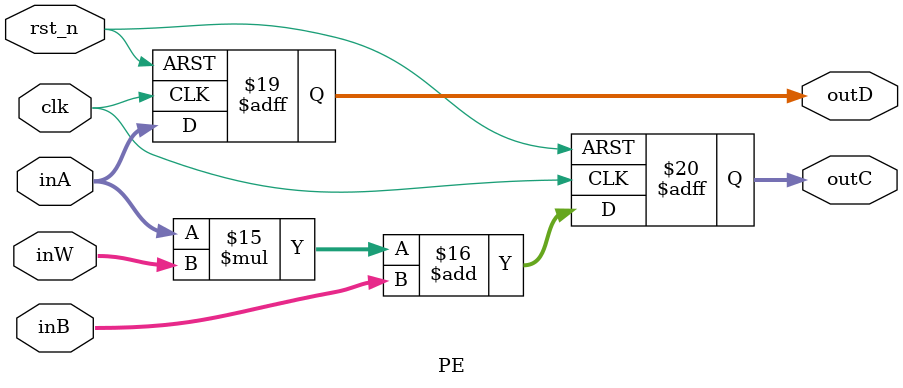
<source format=v>
module MMSA(
// input signals
    clk,
    rst_n,
    in_valid,
		in_valid2,
    matrix,
		matrix_size,
    i_mat_idx,
    w_mat_idx,
	
// output signals
    out_valid,
    out_value
);
//---------------------------------------------------------------------
//   INPUT AND OUTPUT DECLARATION
//---------------------------------------------------------------------
input        clk, rst_n, in_valid, in_valid2;
input 			 matrix;
input [1:0]  matrix_size;
input 			 i_mat_idx, w_mat_idx;

output reg       	     out_valid;//
output reg				 		 out_value;//
//---------------------------------------------------------------------
//   PARAMETER
//---------------------------------------------------------------------
parameter IDLE      =   4'd0;
parameter INPUT_0   =   4'd1;
parameter INPUT_1   =   4'd2;
parameter EMPTY     =   4'd6;
parameter INPUT_2   =   4'd3;
parameter CAL_IN    =   4'd4;
parameter CAL       =   4'd5;
parameter EMPTY2    =   4'd7;
parameter OUTPUT    =   4'd8;


//---------------------------------------------------------------------
//   WIRE AND REG DECLARATION
//---------------------------------------------------------------------

reg [3:0] ns,cs;
reg [1:0] m_size;//4
reg [3:0] m_element; //16
reg [6:0] mem_num; //128
reg [5:0] calout_num; //64
reg [63:0] in_64;

reg [3:0] calin_cycle;

reg [5:0] in_cnt_64; //64
reg [9:0] in_addr_cnt;
reg [4:0] in_matrix_cnt; //32
reg [7:0] in_cnt;
wire [63:0] mem_in_Q,mem_weight_Q;
wire [7:0] mem_in_A,mem_weight_A;

wire wen_in,wen_weight;
wire flag;
reg in_weight_flag;

wire [9:0] in_start_addr,weight_start_addr; //1024
reg [9:0] calin_addr,calweight_addr; //1024
reg [7:0] calin_cnt; //256
reg [7:0] cal_cnt;

reg [2:0] out_cnt_6;
reg [3:0] outset_cnt;
reg [3:0] out_cycle; //32
reg [4:0] calout_cnt; //32

reg [3:0] i_mat,w_mat;

reg [3:0] store_cnt;

wire [3:0] x_addr,y_addr; //16

reg signed[15:0] x_matrix[0:7][0:7];
reg signed[15:0] w_matrix[0:7][0:7];

reg signed [15:0] inA11,inA21,inA31,inA41,inA51,inA61,inA71,inA81;

wire signed [39:0] outC11,outC21,outC31,outC41,outC51,outC61,outC71,outC81;
wire signed [39:0] outC12,outC22,outC32,outC42,outC52,outC62,outC72,outC82;
wire signed [39:0] outC13,outC23,outC33,outC43,outC53,outC63,outC73,outC83;
wire signed [39:0] outC14,outC24,outC34,outC44,outC54,outC64,outC74,outC84;
wire signed [39:0] outC15,outC25,outC35,outC45,outC55,outC65,outC75,outC85;
wire signed [39:0] outC16,outC26,outC36,outC46,outC56,outC66,outC76,outC86;
wire signed [39:0] outC17,outC27,outC37,outC47,outC57,outC67,outC77,outC87;
wire signed [39:0] outC18,outC28,outC38,outC48,outC58,outC68,outC78,outC88;


wire signed [15:0] outD11,outD21,outD31,outD41,outD51,outD61,outD71,outD81;
wire signed [15:0] outD12,outD22,outD32,outD42,outD52,outD62,outD72,outD82;
wire signed [15:0] outD13,outD23,outD33,outD43,outD53,outD63,outD73,outD83;
wire signed [15:0] outD14,outD24,outD34,outD44,outD54,outD64,outD74,outD84;
wire signed [15:0] outD15,outD25,outD35,outD45,outD55,outD65,outD75,outD85;
wire signed [15:0] outD16,outD26,outD36,outD46,outD56,outD66,outD76,outD86;
wire signed [15:0] outD17,outD27,outD37,outD47,outD57,outD67,outD77,outD87;
wire signed [15:0] outD18,outD28,outD38,outD48,outD58,outD68,outD78,outD88;

reg signed [39:0] c_plus;
reg [5:0] length,out_cnt;
reg [5:0] length_reg[0:14];
wire [5:0] length_out;

wire length_value_flag; //length:0 value:1

reg signed [39:0] cal_out[0:14];
wire [39:0] value_out;
//==============================================//
//             Current State Block              //
//==============================================//

always@(posedge clk or negedge rst_n) begin
    if(!rst_n)
        cs <= IDLE; 
    else 
        cs <= ns;
end

//==============================================//
//              Next State Block                //
//==============================================//

always@(*) begin
    case(cs)
    IDLE    : ns = (in_valid) ? INPUT_0 : (in_valid2) ? INPUT_2 : IDLE ;
    INPUT_0 : ns = INPUT_1;
    INPUT_1 : ns = (in_valid)? INPUT_1 : EMPTY;
    EMPTY   : ns = (in_valid2)? INPUT_2 : EMPTY;
    INPUT_2 : ns = (in_valid2)? INPUT_2 : EMPTY2;
    EMPTY2  : ns = CAL_IN;
    CAL_IN  : ns = (calin_cnt==m_element)? CAL : CAL_IN;
    CAL     : ns = (store_cnt>out_cycle) ? OUTPUT : CAL;
    OUTPUT  : ns = (outset_cnt==out_cycle && out_cnt==0 && out_cnt_6==7) ? IDLE : OUTPUT;
    default : ns = IDLE;
    endcase
end

//---------------------------------------------------------------------
//   DESIGN
//---------------------------------------------------------------------

//==============================================//
//              INPUT_1 Block                   //
//==============================================//

always @(posedge clk or negedge rst_n) begin
    if (!rst_n) begin
        m_size <= 'd0;
    end
    else if(ns == INPUT_0)begin
        m_size <= matrix_size;
    end
end

always @(*) begin
    case(m_size)
        2'b00: m_element =  8'd0;
        2'b01: m_element =  8'd3;
        2'b10: m_element =  8'd15;
        default: m_element =  8'd0;
    endcase
end

/*
always @(*) begin
    case(m_size)
        2'b00: calin_cycle =  8'd0;
        2'b01: calin_cycle =  8'd3;
        2'b10: calin_cycle =  8'd15;
        default: calin_cycle =  8'd0;
    endcase
end
*/
always @(*) begin
    case(m_size)
        2'b00: mem_num =  7'd1;
        2'b01: mem_num =  7'd4;
        2'b10: mem_num =  7'd16;
        default: mem_num =  7'd0;
    endcase
end

always @(*) begin
    case(m_size)
        2'b00: calout_num =  7'd1;
        2'b01: calout_num =  7'd1;
        2'b10: calout_num =  7'd7;
        default: calout_num =  7'd0;
    endcase
end

always @(*) begin
    case(m_size)
        2'b00: calout_cnt =  'd3;
        2'b01: calout_cnt =  'd5;
        2'b10: calout_cnt =  'd9;
        default: calout_cnt =  'd0;
    endcase
end

always @(*) begin
    case(m_size)
        2'b00: out_cycle =  'd2;
        2'b01: out_cycle =  'd6;
        2'b10: out_cycle =  'd14;
        default: out_cycle =  'd0;
    endcase
end

always @(posedge clk or negedge rst_n) begin
    if (!rst_n) begin
        in_cnt_64 <= 'd0;
    end
    else if(in_valid)begin
        in_cnt_64 <= in_cnt_64 + 'd1 ;
    end
    else begin
        in_cnt_64 <= 'd0;
    end
end


always @(posedge clk or negedge rst_n) begin
    if (!rst_n) begin
        in_cnt <= 8'd0;
    end
    else if(in_valid) begin
        if(in_cnt_64==63) begin
            if(in_cnt == m_element) 
                in_cnt <= 8'd0;
            else 
                in_cnt <= in_cnt + 8'd1 ;
        end
    end
    else begin
        in_cnt <= 8'd0;
    end
end

always @(posedge clk or negedge rst_n) begin
    if (!rst_n) begin
        in_matrix_cnt <= 5'd0;
    end
    else if(in_cnt_64==63 && in_cnt == m_element)begin
        in_matrix_cnt <= in_matrix_cnt + 5'd1 ;
    end
    else if(ns == IDLE)begin
        in_matrix_cnt <= 5'd0;
    end
end

always @(posedge clk or negedge rst_n) begin
    if (!rst_n) begin
        in_64 <= 'd0;
    end
    else if(in_valid) begin
        //in_64 <= {in_64[62:0],matrix};
        if(in_cnt_64==0)     in_64 <= matrix;
        else    in_64 <= {in_64[62:0],matrix};
    end
    else begin
        in_64 <= 'd0;
    end
end

assign flag = (in_addr_cnt==(mem_num<<4)-1) ? 1'b1 : 1'b0;

always @(posedge clk or negedge rst_n) begin
    if (!rst_n) begin
        in_addr_cnt <= -1;
    end
    else if(in_valid) begin
        if(in_cnt_64==0) begin
            if(flag)    in_addr_cnt <= 0;   
            else    in_addr_cnt <= in_addr_cnt + 1;
        end
    end
    else begin
        in_addr_cnt <= -1;
    end
end

always @(posedge clk or negedge rst_n) begin
    if (!rst_n) begin
        in_weight_flag <= 1'b0;
    end
    else if (in_matrix_cnt>15) begin
        in_weight_flag <= 1'b1;
    end
    else if(ns==IDLE)begin
        in_weight_flag <= 1'b0;
    end
end

assign wen_in = (cs==INPUT_1 && in_cnt_64==0 && ~in_weight_flag) ? 1'b0 : 1'b1 ;
assign wen_weight = (cs==INPUT_1 && in_cnt_64==0 && in_weight_flag) ? 1'b0 : 1'b1 ;

//assign mem_in_A = (cs==INPUT_1) ? in_addr_cnt : (ns==CAL_IN) ? calin_addr  : 0; //can't use ns(combination?)
//assign mem_weight_A = (cs==INPUT_1) ? in_addr_cnt : (ns==CAL_IN) ? calweight_addr : 0;
assign mem_in_A = (cs==INPUT_1) ? in_addr_cnt :  calin_addr ;
assign mem_weight_A = (cs==INPUT_1) ? in_addr_cnt : calweight_addr ;


// 256 64 4 200
SRAM_256_64 MEM_IN (.Q(mem_in_Q), .CLK(clk), .CEN(1'b0), .WEN(wen_in), .A(mem_in_A), .D(in_64), .OEN(1'b0));
SRAM_256_64 MEM_WEIGHT (.Q(mem_weight_Q), .CLK(clk), .CEN(1'b0), .WEN(wen_weight), .A(mem_weight_A), .D(in_64), .OEN(1'b0));

//==============================================//
//              INPUT_2 Block                   //
//==============================================//

always @(posedge clk or negedge rst_n) begin
    if (!rst_n) begin
        i_mat <= 'd0;
    end
    else if(in_valid2) begin
        i_mat <= {i_mat[2:0],i_mat_idx};
    end
    else begin
        i_mat <= 'd0;
    end
end

always @(posedge clk or negedge rst_n) begin
    if (!rst_n) begin
        w_mat <= 'd0;
    end
    else if(in_valid2) begin
        w_mat <= {w_mat[2:0],w_mat_idx};
    end
    else begin
        w_mat <= 'd0;
    end
end


assign in_start_addr = i_mat*mem_num ;
assign weight_start_addr = w_mat*mem_num ;

//==============================================//
//              CAL_IN Block                    //
//==============================================//

always @(posedge clk or negedge rst_n) begin
    if (!rst_n) begin
        calin_addr <= 'd0;
    end
    else if(ns == EMPTY2)begin
        calin_addr <= in_start_addr;
    end
    else if(ns == CAL_IN || cs == EMPTY2)begin
        calin_addr <= calin_addr + 1;
    end
    else begin
        calin_addr <= 'd0;
    end
end

always @(posedge clk or negedge rst_n) begin
    if (!rst_n) begin
        calweight_addr <= 'd0;
    end
    else if(ns == EMPTY2)begin
        calweight_addr <= weight_start_addr;
    end
    else if(ns == CAL_IN || cs == EMPTY2)begin
        calweight_addr <= calweight_addr + 1;
    end
    else begin
        calweight_addr <= 'd0;
    end
end

always @(posedge clk or negedge rst_n) begin
    if (!rst_n) begin
        calin_cnt <= 'd0;
    end
    else if(cs == CAL_IN)begin
        calin_cnt <= calin_cnt + 'd1;
    end
    else begin
        calin_cnt <= 'd0;
    end
end

assign x_addr = (m_size==2'b01) ? 0 :
                (m_size==2'b10) ? (calin_cnt<<2)%8 : 0;
assign y_addr = (m_size==2'b01) ? calin_cnt   : 
                (m_size==2'b10) ? calin_cnt>>1 : 0;

integer i;
integer j;
always @(posedge clk or negedge rst_n) begin
    if (!rst_n) begin
        for(i=0;i<8;i=i+1)
            for(j=0;j<8;j=j+1)
                x_matrix[i][j] <= 'd0;
    end
    else if(cs == CAL_IN)begin
        if(m_size==2'b00) begin
            x_matrix[0][0] <= mem_in_Q[63:48];
            x_matrix[0][1] <= mem_in_Q[47:32];
            x_matrix[1][0] <= mem_in_Q[31:16];
            x_matrix[1][1] <= mem_in_Q[15:0];
        end
        else begin
            x_matrix[y_addr][x_addr] <= mem_in_Q[63:48];
            x_matrix[y_addr][x_addr+1] <= mem_in_Q[47:32];
            x_matrix[y_addr][x_addr+2] <= mem_in_Q[31:16];
            x_matrix[y_addr][x_addr+3] <= mem_in_Q[15:0];
        end
    end
    else if(ns==IDLE) begin
        for(i=0;i<8;i=i+1)
            for(j=0;j<8;j=j+1)
                x_matrix[i][j] <= 'd0;
    end
end


always @(posedge clk or negedge rst_n) begin
    if (!rst_n) begin
        for(i=0;i<8;i=i+1)
            for(j=0;j<8;j=j+1)
                w_matrix[i][j] <= 'd0;
    end
    else if(cs == CAL_IN)begin
        if(m_size==2'b00) begin
            w_matrix[0][0]  <= mem_weight_Q[63:48];
            w_matrix[0][1]  <= mem_weight_Q[47:32];
            w_matrix[1][0]  <= mem_weight_Q[31:16];
            w_matrix[1][1]  <= mem_weight_Q[15:0];
        end
        else begin
            w_matrix[y_addr][x_addr]  <= mem_weight_Q[63:48];
            w_matrix[y_addr][x_addr+1]  <= mem_weight_Q[47:32];
            w_matrix[y_addr][x_addr+2]  <= mem_weight_Q[31:16];
            w_matrix[y_addr][x_addr+3]  <= mem_weight_Q[15:0];
        end
    end
    else if(ns==IDLE) begin
        for(i=0;i<8;i=i+1)
            for(j=0;j<8;j=j+1)
                w_matrix[i][j] <= 'd0;
    end
end


//==============================================//
//              CAL Block                       //
//==============================================//

always @(posedge clk or negedge rst_n) begin
    if (!rst_n) begin
        cal_cnt <= 'd0;
    end
    else if(calin_cnt>calout_num ||cs == CAL)begin
        cal_cnt <= cal_cnt + 'd1;
    end
    else begin
        cal_cnt <= 'd0;
    end
end

always @(posedge clk or negedge rst_n) begin
    if (!rst_n) begin
        inA11 <= 'd0;
    end
    else if(calin_cnt>calout_num || cs == CAL)begin
        case(cal_cnt)
            6'd0:  inA11 <= x_matrix[0 ][0];
            6'd1:  inA11 <= x_matrix[1 ][0];
            6'd2:  inA11 <= x_matrix[2 ][0];
            6'd3:  inA11 <= x_matrix[3 ][0];
            6'd4:  inA11 <= x_matrix[4 ][0];
            6'd5:  inA11 <= x_matrix[5 ][0];
            6'd6:  inA11 <= x_matrix[6 ][0];
            6'd7:  inA11 <= x_matrix[7 ][0];
            default : inA11 <= 'd0;
        endcase
    end
    else begin
        inA11 <= 'd0;
    end
end

always @(posedge clk or negedge rst_n) begin
    if (!rst_n) begin
        inA21 <= 'd0;
    end
    else if(calin_cnt>calout_num ||cs == CAL)begin
        case(cal_cnt)
            6'd1:  inA21 <= x_matrix[0][1];
            6'd2:  inA21 <= x_matrix[1][1];
            6'd3:  inA21 <= x_matrix[2][1];
            6'd4:  inA21 <= x_matrix[3][1];
            6'd5:  inA21 <= x_matrix[4][1];
            6'd6:  inA21 <= x_matrix[5][1];
            6'd7:  inA21 <= x_matrix[6][1];
            6'd8 : inA21 <= x_matrix[7][1];
            default : inA21 <= 'd0;
        endcase
    end
    else begin
        inA21 <= 'd0;
    end
end

always @(posedge clk or negedge rst_n) begin
    if (!rst_n) begin
        inA31 <= 'd0;
    end
    else if(calin_cnt>calout_num ||cs == CAL)begin
        case(cal_cnt)
            6'd2:  inA31 <= x_matrix[0][2];
            6'd3:  inA31 <= x_matrix[1][2];
            6'd4:  inA31 <= x_matrix[2][2];
            6'd5:  inA31 <= x_matrix[3][2];
            6'd6:  inA31 <= x_matrix[4][2];
            6'd7:  inA31 <= x_matrix[5][2];
            6'd8:  inA31 <= x_matrix[6][2];
            6'd9:  inA31 <= x_matrix[7][2];
            default : inA31 <= 'd0;
        endcase
    end
    else begin
        inA31 <= 'd0;
    end
end

always @(posedge clk or negedge rst_n) begin
    if (!rst_n) begin
        inA41 <= 'd0;
    end
    else if(calin_cnt>calout_num ||cs == CAL)begin
        case(cal_cnt)
            6'd3 :  inA41 <= x_matrix[0][3];
            6'd4 :  inA41 <= x_matrix[1][3];
            6'd5 :  inA41 <= x_matrix[2][3];
            6'd6 :  inA41 <= x_matrix[3][3];
            6'd7 :  inA41 <= x_matrix[4][3];
            6'd8 :  inA41 <= x_matrix[5][3];
            6'd9 :  inA41 <= x_matrix[6][3];
            6'd10:  inA41 <= x_matrix[7][3];
            default : inA41 <= 'd0;
        endcase
    end
    else begin
        inA41 <= 'd0;
    end
end

always @(posedge clk or negedge rst_n) begin
    if (!rst_n) begin
        inA51 <= 'd0;
    end
    else if(calin_cnt>calout_num ||cs == CAL)begin
        case(cal_cnt)
            6'd4 :  inA51 <= x_matrix[0][4];
            6'd5 :  inA51 <= x_matrix[1][4];
            6'd6 :  inA51 <= x_matrix[2][4];
            6'd7 :  inA51 <= x_matrix[3][4];
            6'd8 :  inA51 <= x_matrix[4][4];
            6'd9 :  inA51 <= x_matrix[5][4];
            6'd10:  inA51 <= x_matrix[6][4];
            6'd11:  inA51 <= x_matrix[7][4];
            default : inA51 <= 'd0;
        endcase
    end
    else begin
        inA51 <= 'd0;
    end
end

always @(posedge clk or negedge rst_n) begin
    if (!rst_n) begin
        inA61 <= 'd0;
    end
    else if(calin_cnt>calout_num ||cs == CAL)begin
        case(cal_cnt)
            6'd5 :  inA61 <= x_matrix[0][5];
            6'd6 :  inA61 <= x_matrix[1][5];
            6'd7 :  inA61 <= x_matrix[2][5];
            6'd8 :  inA61 <= x_matrix[3][5];
            6'd9 :  inA61 <= x_matrix[4][5];
            6'd10:  inA61 <= x_matrix[5][5];
            6'd11:  inA61 <= x_matrix[6][5];
            6'd12:  inA61 <= x_matrix[7][5];
            default : inA61 <= 'd0;
        endcase
    end
    else begin
        inA61 <= 'd0;
    end
end

always @(posedge clk or negedge rst_n) begin
    if (!rst_n) begin
        inA71 <= 'd0;
    end
    else if(calin_cnt>calout_num ||cs == CAL)begin
        case(cal_cnt)
            6'd6 :  inA71 <= x_matrix[0][6];
            6'd7 :  inA71 <= x_matrix[1][6];
            6'd8 :  inA71 <= x_matrix[2][6];
            6'd9 :  inA71 <= x_matrix[3][6];
            6'd10:  inA71 <= x_matrix[4][6];
            6'd11:  inA71 <= x_matrix[5][6];
            6'd12:  inA71 <= x_matrix[6][6];
            6'd13:  inA71 <= x_matrix[7][6];
            default : inA71 <= 'd0;
        endcase
    end
    else begin
        inA71 <= 'd0;
    end
end

always @(posedge clk or negedge rst_n) begin
    if (!rst_n) begin
        inA81 <= 'd0;
    end
    else if(calin_cnt>calout_num ||cs == CAL)begin
        case(cal_cnt)
            6'd7 :  inA81 <= x_matrix[0 ][7];
            6'd8 :  inA81 <= x_matrix[1 ][7];
            6'd9 :  inA81 <= x_matrix[2 ][7];
            6'd10:  inA81 <= x_matrix[3 ][7];
            6'd11:  inA81 <= x_matrix[4 ][7];
            6'd12:  inA81 <= x_matrix[5 ][7];
            6'd13:  inA81 <= x_matrix[6 ][7];
            6'd14:  inA81 <= x_matrix[7 ][7];
            default:inA81 <= 'd0;
        endcase
    end
    else begin
        inA81 <= 'd0;
    end
end


//PE PE1(.clk(clk),.rst_n(rst_n),.inA(),.inB(),.inW(),.outC(),.outD());

PE PE1_1 (.clk(clk),.rst_n(rst_n),.inA( inA11),.inB(40'd0),.inW(w_matrix[0][0]),.outC(outC11),.outD(outD11));
PE PE1_2 (.clk(clk),.rst_n(rst_n),.inA(outD11),.inB(40'd0),.inW(w_matrix[0][1]),.outC(outC12),.outD(outD12));
PE PE1_3 (.clk(clk),.rst_n(rst_n),.inA(outD12),.inB(40'd0),.inW(w_matrix[0][2]),.outC(outC13),.outD(outD13));
PE PE1_4 (.clk(clk),.rst_n(rst_n),.inA(outD13),.inB(40'd0),.inW(w_matrix[0][3]),.outC(outC14),.outD(outD14));
PE PE1_5 (.clk(clk),.rst_n(rst_n),.inA(outD14),.inB(40'd0),.inW(w_matrix[0][4]),.outC(outC15),.outD(outD15));
PE PE1_6 (.clk(clk),.rst_n(rst_n),.inA(outD15),.inB(40'd0),.inW(w_matrix[0][5]),.outC(outC16),.outD(outD16));
PE PE1_7 (.clk(clk),.rst_n(rst_n),.inA(outD16),.inB(40'd0),.inW(w_matrix  [0][6]),.outC(outC17),.outD(outD17));
PE PE1_8 (.clk(clk),.rst_n(rst_n),.inA(outD17),.inB(40'd0),.inW(  w_matrix[0][7]),.outC(outC18),.outD(outD18));

PE PE2_1 (.clk(clk),.rst_n(rst_n),.inA( inA21),.inB(outC11),.inW(w_matrix[1][0]),.outC(outC21),.outD(outD21));
PE PE2_2 (.clk(clk),.rst_n(rst_n),.inA(outD21),.inB(outC12),.inW(w_matrix[1][1]),.outC(outC22),.outD(outD22));
PE PE2_3 (.clk(clk),.rst_n(rst_n),.inA(outD22),.inB(outC13),.inW(w_matrix[1][2]),.outC(outC23),.outD(outD23));
PE PE2_4 (.clk(clk),.rst_n(rst_n),.inA(outD23),.inB(outC14),.inW(w_matrix[1][3]),.outC(outC24),.outD(outD24));
PE PE2_5 (.clk(clk),.rst_n(rst_n),.inA(outD24),.inB(outC15),.inW(w_matrix[1][4]),.outC(outC25),.outD(outD25));
PE PE2_6 (.clk(clk),.rst_n(rst_n),.inA(outD25),.inB(outC16),.inW(w_matrix[1][5]),.outC(outC26),.outD(outD26));
PE PE2_7 (.clk(clk),.rst_n(rst_n),.inA(outD26),.inB(outC17),.inW(w_matrix[1][6]),.outC(outC27),.outD(outD27));
PE PE2_8 (.clk(clk),.rst_n(rst_n),.inA(outD27),.inB(outC18),.inW(w_matrix[1][7]),.outC(outC28),.outD(outD28));

PE PE3_1(.clk(clk),.rst_n(rst_n),.inA(inA31),.inB(outC21),.inW(w_matrix[2][0]),.outC(outC31),.outD(outD31));
PE PE3_2(.clk(clk),.rst_n(rst_n),.inA(outD31),.inB(outC22),.inW(w_matrix[2][1]),.outC(outC32),.outD(outD32));
PE PE3_3(.clk(clk),.rst_n(rst_n),.inA(outD32),.inB(outC23),.inW(w_matrix[2][2]),.outC(outC33),.outD(outD33));
PE PE3_4(.clk(clk),.rst_n(rst_n),.inA(outD33),.inB(outC24),.inW(w_matrix[2][3]),.outC(outC34),.outD(outD34));
PE PE3_5(.clk(clk),.rst_n(rst_n),.inA(outD34),.inB(outC25),.inW(w_matrix[2][4]),.outC(outC35),.outD(outD35));
PE PE3_6(.clk(clk),.rst_n(rst_n),.inA(outD35),.inB(outC26),.inW(w_matrix[2][5]),.outC(outC36),.outD(outD36));
PE PE3_7(.clk(clk),.rst_n(rst_n),.inA(outD36),.inB(outC27),.inW(w_matrix[2][6]),.outC(outC37),.outD(outD37));
PE PE3_8(.clk(clk),.rst_n(rst_n),.inA(outD37),.inB(outC28),.inW(w_matrix[2][7]),.outC(outC38),.outD(outD38));

PE PE4_1(.clk(clk),.rst_n(rst_n),.inA(inA41),.inB(outC31),.inW(w_matrix[3][0]),.outC(outC41),.outD(outD41));
PE PE4_2(.clk(clk),.rst_n(rst_n),.inA(outD41),.inB(outC32),.inW(w_matrix[3][1]),.outC(outC42),.outD(outD42));
PE PE4_3(.clk(clk),.rst_n(rst_n),.inA(outD42),.inB(outC33),.inW(w_matrix[3][2]),.outC(outC43),.outD(outD43));
PE PE4_4(.clk(clk),.rst_n(rst_n),.inA(outD43),.inB(outC34),.inW(w_matrix[3][3]),.outC(outC44),.outD(outD44));
PE PE4_5(.clk(clk),.rst_n(rst_n),.inA(outD44),.inB(outC35),.inW(w_matrix[3][4]),.outC(outC45),.outD(outD45));
PE PE4_6(.clk(clk),.rst_n(rst_n),.inA(outD45),.inB(outC36),.inW(w_matrix[3][5]),.outC(outC46),.outD(outD46));
PE PE4_7(.clk(clk),.rst_n(rst_n),.inA(outD46),.inB(outC37),.inW(w_matrix[3][6]),.outC(outC47),.outD(outD47));
PE PE4_8(.clk(clk),.rst_n(rst_n),.inA(outD47),.inB(outC38),.inW(w_matrix[3][7]),.outC(outC48),.outD(outD48));

PE PE5_1(.clk(clk),.rst_n(rst_n),.inA (inA51),.inB(outC41),.inW(w_matrix[4][0]),.outC(outC51),.outD(outD51));
PE PE5_2(.clk(clk),.rst_n(rst_n),.inA(outD51),.inB(outC42),.inW(w_matrix[4][1]),.outC(outC52),.outD(outD52));
PE PE5_3(.clk(clk),.rst_n(rst_n),.inA(outD52),.inB(outC43),.inW(w_matrix[4][2]),.outC(outC53),.outD(outD53));
PE PE5_4(.clk(clk),.rst_n(rst_n),.inA(outD53),.inB(outC44),.inW(w_matrix[4][3]),.outC(outC54),.outD(outD54));
PE PE5_5(.clk(clk),.rst_n(rst_n),.inA(outD54),.inB(outC45),.inW(w_matrix[4][4]),.outC(outC55),.outD(outD55));
PE PE5_6(.clk(clk),.rst_n(rst_n),.inA(outD55),.inB(outC46),.inW(w_matrix[4][5]),.outC(outC56),.outD(outD56));
PE PE5_7(.clk(clk),.rst_n(rst_n),.inA(outD56),.inB(outC47),.inW(w_matrix[4][6]),.outC(outC57),.outD(outD57));
PE PE5_8(.clk(clk),.rst_n(rst_n),.inA(outD57),.inB(outC48),.inW(w_matrix[4][7]),.outC(outC58),.outD(outD58));

PE PE6_1(.clk(clk),.rst_n(rst_n),.inA (inA61),.inB(outC51),.inW(w_matrix[5][0]),.outC(outC61),.outD(outD61));
PE PE6_2(.clk(clk),.rst_n(rst_n),.inA(outD61),.inB(outC52),.inW(w_matrix[5][1]),.outC(outC62),.outD(outD62));
PE PE6_3(.clk(clk),.rst_n(rst_n),.inA(outD62),.inB(outC53),.inW(w_matrix[5][2]),.outC(outC63),.outD(outD63));
PE PE6_4(.clk(clk),.rst_n(rst_n),.inA(outD63),.inB(outC54),.inW(w_matrix[5][3]),.outC(outC64),.outD(outD64));
PE PE6_5(.clk(clk),.rst_n(rst_n),.inA(outD64),.inB(outC55),.inW(w_matrix[5][4]),.outC(outC65),.outD(outD65));
PE PE6_6(.clk(clk),.rst_n(rst_n),.inA(outD65),.inB(outC56),.inW(w_matrix[5][5]),.outC(outC66),.outD(outD66));
PE PE6_7(.clk(clk),.rst_n(rst_n),.inA(outD66),.inB(outC57),.inW(w_matrix[5][6]),.outC(outC67),.outD(outD67));
PE PE6_8(.clk(clk),.rst_n(rst_n),.inA(outD67),.inB(outC58),.inW(w_matrix[5][7]),.outC(outC68),.outD(outD68));

PE PE7_1(.clk(clk),.rst_n(rst_n),.inA (inA71),.inB(outC61),.inW(w_matrix[6][0]),.outC(outC71),.outD(outD71));
PE PE7_2(.clk(clk),.rst_n(rst_n),.inA(outD71),.inB(outC62),.inW(w_matrix[6][1]),.outC(outC72),.outD(outD72));
PE PE7_3(.clk(clk),.rst_n(rst_n),.inA(outD72),.inB(outC63),.inW(w_matrix[6][2]),.outC(outC73),.outD(outD73));
PE PE7_4(.clk(clk),.rst_n(rst_n),.inA(outD73),.inB(outC64),.inW(w_matrix[6][3]),.outC(outC74),.outD(outD74));
PE PE7_5(.clk(clk),.rst_n(rst_n),.inA(outD74),.inB(outC65),.inW(w_matrix[6][4]),.outC(outC75),.outD(outD75));
PE PE7_6(.clk(clk),.rst_n(rst_n),.inA(outD75),.inB(outC66),.inW(w_matrix[6][5]),.outC(outC76),.outD(outD76));
PE PE7_7(.clk(clk),.rst_n(rst_n),.inA(outD76),.inB(outC67),.inW(w_matrix[6][6]),.outC(outC77),.outD(outD77));
PE PE7_8(.clk(clk),.rst_n(rst_n),.inA(outD77),.inB(outC68),.inW(w_matrix[6][7]),.outC(outC78),.outD(outD78));

PE PE8_1(.clk(clk),.rst_n(rst_n),.inA (inA81),.inB(outC71),.inW(w_matrix[7][0]),.outC(outC81),.outD(outD81));
PE PE8_2(.clk(clk),.rst_n(rst_n),.inA(outD81),.inB(outC72),.inW(w_matrix[7][1]),.outC(outC82),.outD(outD82));
PE PE8_3(.clk(clk),.rst_n(rst_n),.inA(outD82),.inB(outC73),.inW(w_matrix[7][2]),.outC(outC83),.outD(outD83));
PE PE8_4(.clk(clk),.rst_n(rst_n),.inA(outD83),.inB(outC74),.inW(w_matrix[7][3]),.outC(outC84),.outD(outD84));
PE PE8_5(.clk(clk),.rst_n(rst_n),.inA(outD84),.inB(outC75),.inW(w_matrix[7][4]),.outC(outC85),.outD(outD85));
PE PE8_6(.clk(clk),.rst_n(rst_n),.inA(outD85),.inB(outC76),.inW(w_matrix[7][5]),.outC(outC86),.outD(outD86));
PE PE8_7(.clk(clk),.rst_n(rst_n),.inA(outD86),.inB(outC77),.inW(w_matrix[7][6]),.outC(outC87),.outD(outD87));
PE PE8_8(.clk(clk),.rst_n(rst_n),.inA(outD87),.inB(outC78),.inW(w_matrix[7][7]),.outC(outC88),.outD(outD88));



//assign c_plus = (m_size==2'b00) ? outC21+outC22 :
//                (m_size==2'b01) ? outC41+outC42+outC43+outC44 : 
//                (m_size==2'b10) ? outC81+outC82+outC83+outC84+outC85+outC86+outC87+outC88 : 0;

always @(posedge clk or negedge rst_n) begin
    if (!rst_n) begin
        c_plus <= 'd0;
    end
    else if(cs==CAL) begin
        case(m_size)
            2'b00 : c_plus <= outC21+outC22;
            2'b01 : c_plus <= outC41+outC42+outC43+outC44;
            2'b10 : c_plus <= outC81+outC82+outC83+outC84+outC85+outC86+outC87+outC88;
            default : c_plus <= 'd0;
        endcase
    end
    else begin
        c_plus <= 'd0;
    end
end

always @(*) begin
    casez(c_plus)
        40'b1???_????_????_????_????_????_????_????_????_???? : length <= 6'd40;
        40'b01??_????_????_????_????_????_????_????_????_???? : length <= 6'd39;
        40'b001?_????_????_????_????_????_????_????_????_???? : length <= 6'd38;
        40'b0001_????_????_????_????_????_????_????_????_???? : length <= 6'd37;
        40'b0000_1???_????_????_????_????_????_????_????_???? : length <= 6'd36;
        40'b0000_01??_????_????_????_????_????_????_????_???? : length <= 6'd35;
        40'b0000_001?_????_????_????_????_????_????_????_???? : length <= 6'd34;
        40'b0000_0001_????_????_????_????_????_????_????_???? : length <= 6'd33;
        40'b0000_0000_1???_????_????_????_????_????_????_???? : length <= 6'd32;
        40'b0000_0000_01??_????_????_????_????_????_????_???? : length <= 6'd31;
        40'b0000_0000_001?_????_????_????_????_????_????_???? : length <= 6'd30;
        40'b0000_0000_0001_????_????_????_????_????_????_???? : length <= 6'd29;
        40'b0000_0000_0000_1???_????_????_????_????_????_???? : length <= 6'd28;
        40'b0000_0000_0000_01??_????_????_????_????_????_???? : length <= 6'd27;
        40'b0000_0000_0000_001?_????_????_????_????_????_???? : length <= 6'd26;
        40'b0000_0000_0000_0001_????_????_????_????_????_???? : length <= 6'd25;
        40'b0000_0000_0000_0000_1???_????_????_????_????_???? : length <= 6'd24;
        40'b0000_0000_0000_0000_01??_????_????_????_????_???? : length <= 6'd23;
        40'b0000_0000_0000_0000_001?_????_????_????_????_???? : length <= 6'd22;
        40'b0000_0000_0000_0000_0001_????_????_????_????_???? : length <= 6'd21;
        40'b0000_0000_0000_0000_0000_1???_????_????_????_???? : length <= 6'd20;
        40'b0000_0000_0000_0000_0000_01??_????_????_????_???? : length <= 6'd19;
        40'b0000_0000_0000_0000_0000_001?_????_????_????_???? : length <= 6'd18;
        40'b0000_0000_0000_0000_0000_0001_????_????_????_???? : length <= 6'd17;
        40'b0000_0000_0000_0000_0000_0000_1???_????_????_???? : length <= 6'd16;
        40'b0000_0000_0000_0000_0000_0000_01??_????_????_???? : length <= 6'd15;
        40'b0000_0000_0000_0000_0000_0000_001?_????_????_???? : length <= 6'd14;
        40'b0000_0000_0000_0000_0000_0000_0001_????_????_???? : length <= 6'd13;
        40'b0000_0000_0000_0000_0000_0000_0000_1???_????_???? : length <= 6'd12;
        40'b0000_0000_0000_0000_0000_0000_0000_01??_????_???? : length <= 6'd11;
        40'b0000_0000_0000_0000_0000_0000_0000_001?_????_???? : length <= 6'd10;
        40'b0000_0000_0000_0000_0000_0000_0000_0001_????_???? : length <= 6'd9;
        40'b0000_0000_0000_0000_0000_0000_0000_0000_1???_???? : length <= 6'd8;
        40'b0000_0000_0000_0000_0000_0000_0000_0000_01??_???? : length <= 6'd7;
        40'b0000_0000_0000_0000_0000_0000_0000_0000_001?_???? : length <= 6'd6;
        40'b0000_0000_0000_0000_0000_0000_0000_0000_0001_???? : length <= 6'd5;
        40'b0000_0000_0000_0000_0000_0000_0000_0000_0000_1??? : length <= 6'd4;
        40'b0000_0000_0000_0000_0000_0000_0000_0000_0000_01?? : length <= 6'd3;
        40'b0000_0000_0000_0000_0000_0000_0000_0000_0000_001? : length <= 6'd2;
        40'b0000_0000_0000_0000_0000_0000_0000_0000_0000_0001 : length <= 6'd1;
        default : length <= 6'd0;
    endcase
end

integer m,n;
always @(posedge clk or negedge rst_n) begin
    if (!rst_n) begin
        for (m = 0; m < 15; m=m+1) begin
            cal_out[m] <= 'd0;
        end
    end
    else if(cs==CAL) begin
        cal_out[store_cnt] <= c_plus;
    end
    else if(cs==IDLE) begin
        for (m = 0; m < 15; m=m+1) begin
            cal_out[m] <= 'd0;
        end
    end
end

always @(posedge clk or negedge rst_n) begin
    if (!rst_n) begin
        for (n = 0; n < 15; n=n+1) begin
            length_reg[n] <= 'd0;
        end
    end
    else if(cs==CAL) begin
        length_reg[store_cnt] <= length;
    end
    else if(cs==IDLE)begin
        for (n = 0; n < 15; n=n+1) begin
            length_reg[n] <= 'd0;
        end
    end
end

always @(posedge clk or negedge rst_n) begin
    if (!rst_n) begin
        store_cnt <= 'd0;
    end
    else if(cs==CAL && cal_cnt>calout_cnt)begin
        store_cnt <= store_cnt + 'd1;
    end
    else begin
        store_cnt <= 'd0;
    end
end




//==============================================//
//              OUTPUT Block                    //
//==============================================//

always @(posedge clk or negedge rst_n) begin
    if (!rst_n) begin
         out_value <= 'd0;
    end
    else if(cs == OUTPUT)begin
        if(length_value_flag) begin //length:0 value:1
            out_value <= value_out[out_cnt];
        end
        else begin
            out_value <= length_out[5-out_cnt_6];
        end
    end
    else begin
         out_value <= 'd0;
    end
end

always @(posedge clk or negedge rst_n) begin
    if (!rst_n) 
        out_valid <= 'd0;
    else if(cs==OUTPUT) 
        out_valid <= 'd1;
    else 
        out_valid <= 'd0;
end

always @(posedge clk or negedge rst_n) begin
    if (!rst_n) begin
        out_cnt_6 <= 7;
    end
    else if(ns==OUTPUT)begin
        if(out_cnt_6==5)    out_cnt_6 <= 7;
        else if(out_cnt==0) out_cnt_6 <= out_cnt_6 + 'd1;
    end
    else begin
        out_cnt_6 <= 7;
    end
end

assign length_value_flag = (out_cnt_6 == 7 ) ? 1 : 0; 

assign length_out = length_reg[outset_cnt];
assign value_out = cal_out[outset_cnt];

always @(posedge clk or negedge rst_n) begin
    if (!rst_n) begin
        out_cnt <= 'd0;
    end
    else if(ns==OUTPUT) begin
        if(out_cnt_6==5)begin
            out_cnt <= length_out-1;
        end
        else if(out_cnt==0) out_cnt <= 0;
        else begin
            out_cnt <= out_cnt - 'd1;
        end
    end
    else begin
        out_cnt <= 'd0;
    end
end

always @(posedge clk or negedge rst_n) begin
    if (!rst_n) begin
        outset_cnt <= 0;
    end
    else if(cs==OUTPUT)begin
        if(out_cnt==0 && out_cnt_6==7)
            outset_cnt <= outset_cnt + 'd1;
    end
    else begin
        outset_cnt <= 0;
    end
end


/*
always @(posedge clk or negedge rst_n) begin
    if (!rst_n) begin
         <= 'd0;
    end
    else begin
         <= 'd0;
    end
end

always @(*) begin
    if () begin
         = 'd0;
    end
    else begin
         = 'd0;
    end
end

*/

/*
genvar i;
generate
for(i=0;i<256;i=i+1) begin: name
    always @(posedge clk or negedge rst_n) begin
        if (!rst_n) begin
            
        end
        else begin
            
        end
    end
end
endgenerate
*/

endmodule


module PE(rst_n,clk,inA,inB,inW,outC,outD);

input rst_n,clk;
input signed [39:0] inB;
input signed [15:0] inA,inW;
output reg signed [39:0] outC;
output reg signed [15:0] outD;

always @(posedge clk or negedge rst_n) begin
    if (!rst_n) begin
         outC <= 'd0;
    end
    else begin
         outC <= inA*inW +inB;
    end
end

always @(posedge clk or negedge rst_n) begin
    if (!rst_n) begin
         outD <= 'd0;
    end
    else begin
         outD <= inA;
    end
end

endmodule


</source>
